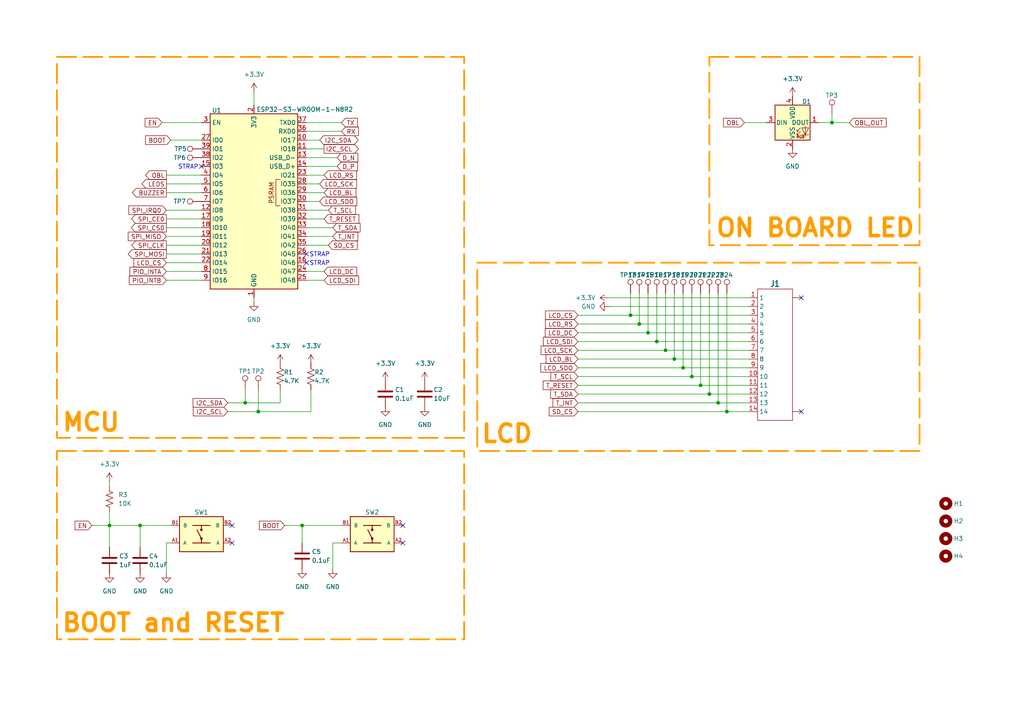
<source format=kicad_sch>
(kicad_sch (version 20250114) (generator "eeschema") (generator_version "9.0")
  (paper "A4")
  (title_block (title "Node Hardware") (date "<<release-date>>") (rev "<<tag>>") (comment 1 "<<hash>>"))
  (rectangle (start 16.51 16.51) (end 134.62 127) (stroke (width 0.508) (type dash) (color 255 153 0 1)))
  (rectangle (start 205.74 16.51) (end 266.7 71.12) (stroke (width 0.508) (type dash) (color 255 153 0 1)))
  (rectangle (start 138.43 76.2) (end 266.7 130.81) (stroke (width 0.508) (type dash) (color 255 153 0 1)))
  (rectangle (start 16.51 130.81) (end 134.62 185.42) (stroke (width 0.508) (type dash) (color 255 153 0 1)))
  (text "MCU" (exclude_from_sim yes) (at 26.416 122.682 0) (effects (font (size 5.08 5.08) (thickness 1.016) (bold yes))))
  (text "STRAP" (at 54.61 48.514 0) (effects (font (size 1.27 1.27))))
  (text "STRAP" (at 92.71 73.914 0) (effects (font (size 1.27 1.27))))
  (text "STRAP" (at 92.71 76.454 0) (effects (font (size 1.27 1.27))))
  (text "BOOT and RESET" (exclude_from_sim yes) (at 50.292 180.848 0) (effects (font (size 5.08 5.08) (thickness 1.016) (bold yes))))
  (text "ON BOARD LED\n" (exclude_from_sim yes) (at 236.474 66.294 0) (effects (font (size 5.08 5.08) (thickness 1.016) (bold yes))))
  (text "LCD" (exclude_from_sim yes) (at 147.066 125.984 0) (effects (font (size 5.08 5.08) (thickness 1.016) (bold yes))))
  (junction (at 190.5 99.06))
  (junction (at 193.04 101.6))
  (junction (at 187.96 96.52))
  (junction (at 241.3 35.56))
  (junction (at 200.66 109.22))
  (junction (at 205.74 114.3))
  (junction (at 74.93 119.38))
  (junction (at 203.2 111.76))
  (junction (at 185.42 93.98))
  (junction (at 87.63 152.4))
  (junction (at 31.75 152.4))
  (junction (at 210.82 119.38))
  (junction (at 195.58 104.14))
  (junction (at 208.28 116.84))
  (junction (at 40.64 152.4))
  (junction (at 71.12 116.84))
  (junction (at 182.88 91.44))
  (junction (at 198.12 106.68))
  (no_connect (at 67.31 157.48))
  (no_connect (at 88.9 76.2))
  (no_connect (at 116.84 152.4))
  (no_connect (at 58.42 48.26))
  (no_connect (at 116.84 157.48))
  (no_connect (at 232.41 86.36))
  (no_connect (at 88.9 73.66))
  (no_connect (at 67.31 152.4))
  (no_connect (at 232.41 119.38))
  (wire (pts (xy 88.9 48.26) (xy 97.79 48.26)))
  (wire (pts (xy 217.17 86.36) (xy 176.53 86.36)))
  (wire (pts (xy 40.64 152.4) (xy 40.64 158.75)))
  (wire (pts (xy 49.53 40.64) (xy 58.42 40.64)))
  (wire (pts (xy 208.28 85.09) (xy 208.28 116.84)))
  (wire (pts (xy 208.28 116.84) (xy 217.17 116.84)))
  (wire (pts (xy 66.04 116.84) (xy 71.12 116.84)))
  (wire (pts (xy 88.9 66.04) (xy 96.52 66.04)))
  (wire (pts (xy 88.9 55.88) (xy 93.98 55.88)))
  (wire (pts (xy 87.63 152.4) (xy 87.63 157.48)))
  (wire (pts (xy 203.2 85.09) (xy 203.2 111.76)))
  (wire (pts (xy 48.26 76.2) (xy 58.42 76.2)))
  (wire (pts (xy 167.64 114.3) (xy 205.74 114.3)))
  (wire (pts (xy 195.58 104.14) (xy 217.17 104.14)))
  (wire (pts (xy 185.42 93.98) (xy 217.17 93.98)))
  (wire (pts (xy 48.26 63.5) (xy 58.42 63.5)))
  (wire (pts (xy 90.17 113.03) (xy 90.17 119.38)))
  (wire (pts (xy 74.93 119.38) (xy 90.17 119.38)))
  (wire (pts (xy 210.82 85.09) (xy 210.82 119.38)))
  (wire (pts (xy 48.26 55.88) (xy 58.42 55.88)))
  (wire (pts (xy 88.9 68.58) (xy 96.52 68.58)))
  (wire (pts (xy 182.88 91.44) (xy 217.17 91.44)))
  (wire (pts (xy 88.9 78.74) (xy 93.98 78.74)))
  (wire (pts (xy 241.3 35.56) (xy 241.3 33.02)))
  (wire (pts (xy 87.63 152.4) (xy 99.06 152.4)))
  (wire (pts (xy 48.26 71.12) (xy 58.42 71.12)))
  (wire (pts (xy 195.58 85.09) (xy 195.58 104.14)))
  (wire (pts (xy 217.17 88.9) (xy 176.53 88.9)))
  (wire (pts (xy 48.26 81.28) (xy 58.42 81.28)))
  (wire (pts (xy 48.26 66.04) (xy 58.42 66.04)))
  (wire (pts (xy 190.5 85.09) (xy 190.5 99.06)))
  (wire (pts (xy 193.04 101.6) (xy 217.17 101.6)))
  (wire (pts (xy 215.9 35.56) (xy 222.25 35.56)))
  (wire (pts (xy 187.96 85.09) (xy 187.96 96.52)))
  (wire (pts (xy 205.74 114.3) (xy 217.17 114.3)))
  (wire (pts (xy 88.9 60.96) (xy 95.25 60.96)))
  (wire (pts (xy 99.06 157.48) (xy 96.52 157.48)))
  (wire (pts (xy 48.26 68.58) (xy 58.42 68.58)))
  (wire (pts (xy 26.67 152.4) (xy 31.75 152.4)))
  (wire (pts (xy 237.49 35.56) (xy 241.3 35.56)))
  (wire (pts (xy 200.66 85.09) (xy 200.66 109.22)))
  (wire (pts (xy 187.96 96.52) (xy 217.17 96.52)))
  (wire (pts (xy 48.26 166.37) (xy 48.26 157.48)))
  (wire (pts (xy 203.2 111.76) (xy 217.17 111.76)))
  (wire (pts (xy 167.64 96.52) (xy 187.96 96.52)))
  (wire (pts (xy 198.12 106.68) (xy 217.17 106.68)))
  (wire (pts (xy 88.9 35.56) (xy 99.06 35.56)))
  (wire (pts (xy 74.93 119.38) (xy 74.93 113.03)))
  (wire (pts (xy 185.42 85.09) (xy 185.42 93.98)))
  (wire (pts (xy 182.88 85.09) (xy 182.88 91.44)))
  (wire (pts (xy 167.64 91.44) (xy 182.88 91.44)))
  (wire (pts (xy 40.64 152.4) (xy 49.53 152.4)))
  (wire (pts (xy 210.82 119.38) (xy 217.17 119.38)))
  (wire (pts (xy 73.66 87.63) (xy 73.66 86.36)))
  (wire (pts (xy 71.12 116.84) (xy 81.28 116.84)))
  (wire (pts (xy 71.12 116.84) (xy 71.12 113.03)))
  (wire (pts (xy 88.9 50.8) (xy 93.98 50.8)))
  (wire (pts (xy 88.9 63.5) (xy 93.98 63.5)))
  (wire (pts (xy 167.64 116.84) (xy 208.28 116.84)))
  (wire (pts (xy 31.75 152.4) (xy 40.64 152.4)))
  (wire (pts (xy 46.99 35.56) (xy 58.42 35.56)))
  (wire (pts (xy 48.26 73.66) (xy 58.42 73.66)))
  (wire (pts (xy 88.9 53.34) (xy 92.71 53.34)))
  (wire (pts (xy 48.26 60.96) (xy 58.42 60.96)))
  (wire (pts (xy 167.64 93.98) (xy 185.42 93.98)))
  (wire (pts (xy 48.26 50.8) (xy 58.42 50.8)))
  (wire (pts (xy 31.75 152.4) (xy 31.75 158.75)))
  (wire (pts (xy 82.55 152.4) (xy 87.63 152.4)))
  (wire (pts (xy 48.26 78.74) (xy 58.42 78.74)))
  (wire (pts (xy 88.9 40.64) (xy 92.71 40.64)))
  (wire (pts (xy 81.28 113.03) (xy 81.28 116.84)))
  (wire (pts (xy 88.9 58.42) (xy 92.71 58.42)))
  (wire (pts (xy 198.12 85.09) (xy 198.12 106.68)))
  (wire (pts (xy 190.5 99.06) (xy 217.17 99.06)))
  (wire (pts (xy 88.9 38.1) (xy 99.06 38.1)))
  (wire (pts (xy 88.9 43.18) (xy 93.98 43.18)))
  (wire (pts (xy 241.3 35.56) (xy 246.38 35.56)))
  (wire (pts (xy 88.9 45.72) (xy 97.79 45.72)))
  (wire (pts (xy 31.75 148.59) (xy 31.75 152.4)))
  (wire (pts (xy 167.64 109.22) (xy 200.66 109.22)))
  (wire (pts (xy 200.66 109.22) (xy 217.17 109.22)))
  (wire (pts (xy 88.9 81.28) (xy 93.98 81.28)))
  (wire (pts (xy 167.64 99.06) (xy 190.5 99.06)))
  (wire (pts (xy 73.66 26.67) (xy 73.66 30.48)))
  (wire (pts (xy 167.64 111.76) (xy 203.2 111.76)))
  (wire (pts (xy 66.04 119.38) (xy 74.93 119.38)))
  (wire (pts (xy 205.74 85.09) (xy 205.74 114.3)))
  (wire (pts (xy 167.64 119.38) (xy 210.82 119.38)))
  (wire (pts (xy 167.64 106.68) (xy 198.12 106.68)))
  (wire (pts (xy 48.26 53.34) (xy 58.42 53.34)))
  (wire (pts (xy 88.9 71.12) (xy 95.25 71.12)))
  (wire (pts (xy 167.64 104.14) (xy 195.58 104.14)))
  (wire (pts (xy 48.26 157.48) (xy 49.53 157.48)))
  (wire (pts (xy 31.75 140.97) (xy 31.75 139.7)))
  (wire (pts (xy 96.52 157.48) (xy 96.52 165.1)))
  (wire (pts (xy 167.64 101.6) (xy 193.04 101.6)))
  (wire (pts (xy 193.04 85.09) (xy 193.04 101.6)))
  (table (column_count 4) (border (external yes) (header yes)) (separators (rows yes) (cols yes)) (column_widths 13.97 8.89 10.16 76.2) (row_heights 2.54 2.54 2.54 2.54 2.54 2.54 2.54 2.54 2.54 2.54 2.54 2.54 2.54 2.54 2.54 2.54 2.54 2.54 2.54 2.54 2.54 2.54 2.54 2.54 2.54 2.54 2.54 2.54 2.54 2.54 2.54 2.54 2.54 2.54 2.54 2.54 2.54 2.54 2.54 2.54 2.54 2.54) (cells (table_cell "Name" (at -113.03 14.605 0) (size 13.97 2.54) (margins 0.9525 0.9525 0.9525 0.9525) (span 1 1)) (table_cell "No." (at -99.06 14.605 0) (size 8.89 2.54) (margins 0.9525 0.9525 0.9525 0.9525) (span 1 1)) (table_cell "Type" (at -90.17 14.605 0) (size 10.16 2.54) (margins 0.9525 0.9525 0.9525 0.9525) (span 1 1)) (table_cell "Function" (at -80.01 14.605 0) (size 76.2 2.54) (margins 0.9525 0.9525 0.9525 0.9525) (span 1 1)) (table_cell "GND" (at -113.03 17.145 0) (size 13.97 2.54) (margins 0.9525 0.9525 0.9525 0.9525) (span 1 1)) (table_cell "1" (at -99.06 17.145 0) (size 8.89 2.54) (margins 0.9525 0.9525 0.9525 0.9525) (span 1 1)) (table_cell "P" (at -90.17 17.145 0) (size 10.16 2.54) (margins 0.9525 0.9525 0.9525 0.9525) (span 1 1)) (table_cell "GND" (at -80.01 17.145 0) (size 76.2 2.54) (margins 0.9525 0.9525 0.9525 0.9525) (span 1 1)) (table_cell "3V3" (at -113.03 19.685 0) (size 13.97 2.54) (margins 0.9525 0.9525 0.9525 0.9525) (span 1 1)) (table_cell "2" (at -99.06 19.685 0) (size 8.89 2.54) (margins 0.9525 0.9525 0.9525 0.9525) (span 1 1)) (table_cell "P" (at -90.17 19.685 0) (size 10.16 2.54) (margins 0.9525 0.9525 0.9525 0.9525) (span 1 1)) (table_cell "Power supply" (at -80.01 19.685 0) (size 76.2 2.54) (margins 0.9525 0.9525 0.9525 0.9525) (span 1 1)) (table_cell "EN" (at -113.03 22.225 0) (size 13.97 2.54) (margins 0.9525 0.9525 0.9525 0.9525) (span 1 1)) (table_cell "3" (at -99.06 22.225 0) (size 8.89 2.54) (margins 0.9525 0.9525 0.9525 0.9525) (span 1 1)) (table_cell "I" (at -90.17 22.225 0) (size 10.16 2.54) (margins 0.9525 0.9525 0.9525 0.9525) (span 1 1)) (table_cell "High: on, enables the chip. Low: off, the chip powers off." (at -80.01 22.225 0) (size 76.2 2.54) (margins 0.9525 0.9525 0.9525 0.9525) (span 1 1)) (table_cell "IO4" (at -113.03 24.765 0) (size 13.97 2.54) (margins 0.9525 0.9525 0.9525 0.9525) (span 1 1)) (table_cell "4" (at -99.06 24.765 0) (size 8.89 2.54) (margins 0.9525 0.9525 0.9525 0.9525) (span 1 1)) (table_cell "I/O/T" (at -90.17 24.765 0) (size 10.16 2.54) (margins 0.9525 0.9525 0.9525 0.9525) (span 1 1)) (table_cell "RTC_GPIO4, GPIO4, TOUCH4, ADC1_CH3" (at -80.01 24.765 0) (size 76.2 2.54) (margins 0.9525 0.9525 0.9525 0.9525) (span 1 1)) (table_cell "IO5" (at -113.03 27.305 0) (size 13.97 2.54) (margins 0.9525 0.9525 0.9525 0.9525) (span 1 1)) (table_cell "5" (at -99.06 27.305 0) (size 8.89 2.54) (margins 0.9525 0.9525 0.9525 0.9525) (span 1 1)) (table_cell "I/O/T" (at -90.17 27.305 0) (size 10.16 2.54) (margins 0.9525 0.9525 0.9525 0.9525) (span 1 1)) (table_cell "RTC_GPIO5, GPIO5, TOUCH5, ADC1_CH4" (at -80.01 27.305 0) (size 76.2 2.54) (margins 0.9525 0.9525 0.9525 0.9525) (span 1 1)) (table_cell "IO6" (at -113.03 29.845 0) (size 13.97 2.54) (margins 0.9525 0.9525 0.9525 0.9525) (span 1 1)) (table_cell "6" (at -99.06 29.845 0) (size 8.89 2.54) (margins 0.9525 0.9525 0.9525 0.9525) (span 1 1)) (table_cell "I/O/T" (at -90.17 29.845 0) (size 10.16 2.54) (margins 0.9525 0.9525 0.9525 0.9525) (span 1 1)) (table_cell "RTC_GPIO6, GPIO6, TOUCH6, ADC1_CH5" (at -80.01 29.845 0) (size 76.2 2.54) (margins 0.9525 0.9525 0.9525 0.9525) (span 1 1)) (table_cell "IO7" (at -113.03 32.385 0) (size 13.97 2.54) (margins 0.9525 0.9525 0.9525 0.9525) (span 1 1)) (table_cell "7" (at -99.06 32.385 0) (size 8.89 2.54) (margins 0.9525 0.9525 0.9525 0.9525) (span 1 1)) (table_cell "I/O/T" (at -90.17 32.385 0) (size 10.16 2.54) (margins 0.9525 0.9525 0.9525 0.9525) (span 1 1)) (table_cell "RTC_GPIO7, GPIO7, TOUCH7, ADC1_CH6" (at -80.01 32.385 0) (size 76.2 2.54) (margins 0.9525 0.9525 0.9525 0.9525) (span 1 1)) (table_cell "IO15" (at -113.03 34.925 0) (size 13.97 2.54) (margins 0.9525 0.9525 0.9525 0.9525) (span 1 1)) (table_cell "8" (at -99.06 34.925 0) (size 8.89 2.54) (margins 0.9525 0.9525 0.9525 0.9525) (span 1 1)) (table_cell "I/O/T" (at -90.17 34.925 0) (size 10.16 2.54) (margins 0.9525 0.9525 0.9525 0.9525) (span 1 1)) (table_cell "RTC_GPIO15, GPIO15, U0RTS, ADC2_CH4, XTAL_32K_P" (at -80.01 34.925 0) (size 76.2 2.54) (margins 0.9525 0.9525 0.9525 0.9525) (span 1 1)) (table_cell "IO16" (at -113.03 37.465 0) (size 13.97 2.54) (margins 0.9525 0.9525 0.9525 0.9525) (span 1 1)) (table_cell "9" (at -99.06 37.465 0) (size 8.89 2.54) (margins 0.9525 0.9525 0.9525 0.9525) (span 1 1)) (table_cell "I/O/T" (at -90.17 37.465 0) (size 10.16 2.54) (margins 0.9525 0.9525 0.9525 0.9525) (span 1 1)) (table_cell "RTC_GPIO16, GPIO16, U0CTS, ADC2_CH5, XTAL_32K_N" (at -80.01 37.465 0) (size 76.2 2.54) (margins 0.9525 0.9525 0.9525 0.9525) (span 1 1)) (table_cell "IO17" (at -113.03 40.005 0) (size 13.97 2.54) (margins 0.9525 0.9525 0.9525 0.9525) (span 1 1)) (table_cell "10" (at -99.06 40.005 0) (size 8.89 2.54) (margins 0.9525 0.9525 0.9525 0.9525) (span 1 1)) (table_cell "I/O/T" (at -90.17 40.005 0) (size 10.16 2.54) (margins 0.9525 0.9525 0.9525 0.9525) (span 1 1)) (table_cell "RTC_GPIO17, GPIO17, U1TXD, ADC2_CH6" (at -80.01 40.005 0) (size 76.2 2.54) (margins 0.9525 0.9525 0.9525 0.9525) (span 1 1)) (table_cell "IO18" (at -113.03 42.545 0) (size 13.97 2.54) (margins 0.9525 0.9525 0.9525 0.9525) (span 1 1)) (table_cell "11" (at -99.06 42.545 0) (size 8.89 2.54) (margins 0.9525 0.9525 0.9525 0.9525) (span 1 1)) (table_cell "I/O/T" (at -90.17 42.545 0) (size 10.16 2.54) (margins 0.9525 0.9525 0.9525 0.9525) (span 1 1)) (table_cell "RTC_GPIO18, GPIO18, U1RXD, ADC2_CH7, CLK_OUT3" (at -80.01 42.545 0) (size 76.2 2.54) (margins 0.9525 0.9525 0.9525 0.9525) (span 1 1)) (table_cell "IO8" (at -113.03 45.085 0) (size 13.97 2.54) (margins 0.9525 0.9525 0.9525 0.9525) (span 1 1)) (table_cell "12" (at -99.06 45.085 0) (size 8.89 2.54) (margins 0.9525 0.9525 0.9525 0.9525) (span 1 1)) (table_cell "I/O/T" (at -90.17 45.085 0) (size 10.16 2.54) (margins 0.9525 0.9525 0.9525 0.9525) (span 1 1)) (table_cell "RTC_GPIO8, GPIO8, TOUCH8, ADC1_CH7, SUBSPICS1" (at -80.01 45.085 0) (size 76.2 2.54) (margins 0.9525 0.9525 0.9525 0.9525) (span 1 1)) (table_cell "IO19" (at -113.03 47.625 0) (size 13.97 2.54) (margins 0.9525 0.9525 0.9525 0.9525) (span 1 1)) (table_cell "13" (at -99.06 47.625 0) (size 8.89 2.54) (margins 0.9525 0.9525 0.9525 0.9525) (span 1 1)) (table_cell "I/O/T" (at -90.17 47.625 0) (size 10.16 2.54) (margins 0.9525 0.9525 0.9525 0.9525) (span 1 1)) (table_cell "RTC_GPIO19, GPIO19, U1RTS, ADC2_CH8, CLK_OUT2, USB_D-" (at -80.01 47.625 0) (size 76.2 2.54) (margins 0.9525 0.9525 0.9525 0.9525) (span 1 1)) (table_cell "IO20" (at -113.03 50.165 0) (size 13.97 2.54) (margins 0.9525 0.9525 0.9525 0.9525) (span 1 1)) (table_cell "14" (at -99.06 50.165 0) (size 8.89 2.54) (margins 0.9525 0.9525 0.9525 0.9525) (span 1 1)) (table_cell "I/O/T" (at -90.17 50.165 0) (size 10.16 2.54) (margins 0.9525 0.9525 0.9525 0.9525) (span 1 1)) (table_cell "RTC_GPIO20, GPIO20, U1CTS, ADC2_CH9, CLK_OUT1, USB_D+" (at -80.01 50.165 0) (size 76.2 2.54) (margins 0.9525 0.9525 0.9525 0.9525) (span 1 1)) (table_cell "IO3" (at -113.03 52.705 0) (size 13.97 2.54) (margins 0.9525 0.9525 0.9525 0.9525) (span 1 1)) (table_cell "15" (at -99.06 52.705 0) (size 8.89 2.54) (margins 0.9525 0.9525 0.9525 0.9525) (span 1 1)) (table_cell "I/O/T" (at -90.17 52.705 0) (size 10.16 2.54) (margins 0.9525 0.9525 0.9525 0.9525) (span 1 1)) (table_cell "RTC_GPIO3, GPIO3, TOUCH3, ADC1_CH2" (at -80.01 52.705 0) (size 76.2 2.54) (margins 0.9525 0.9525 0.9525 0.9525) (span 1 1)) (table_cell "IO46" (at -113.03 55.245 0) (size 13.97 2.54) (margins 0.9525 0.9525 0.9525 0.9525) (span 1 1)) (table_cell "16" (at -99.06 55.245 0) (size 8.89 2.54) (margins 0.9525 0.9525 0.9525 0.9525) (span 1 1)) (table_cell "I/O/T" (at -90.17 55.245 0) (size 10.16 2.54) (margins 0.9525 0.9525 0.9525 0.9525) (span 1 1)) (table_cell "GPIO46" (at -80.01 55.245 0) (size 76.2 2.54) (margins 0.9525 0.9525 0.9525 0.9525) (span 1 1)) (table_cell "IO9" (at -113.03 57.785 0) (size 13.97 2.54) (margins 0.9525 0.9525 0.9525 0.9525) (span 1 1)) (table_cell "17" (at -99.06 57.785 0) (size 8.89 2.54) (margins 0.9525 0.9525 0.9525 0.9525) (span 1 1)) (table_cell "I/O/T" (at -90.17 57.785 0) (size 10.16 2.54) (margins 0.9525 0.9525 0.9525 0.9525) (span 1 1)) (table_cell "RTC_GPIO9, GPIO9, TOUCH9, ADC1_CH8, FSPIHD, SUBSPIHD" (at -80.01 57.785 0) (size 76.2 2.54) (margins 0.9525 0.9525 0.9525 0.9525) (span 1 1)) (table_cell "IO10" (at -113.03 60.325 0) (size 13.97 2.54) (margins 0.9525 0.9525 0.9525 0.9525) (span 1 1)) (table_cell "18" (at -99.06 60.325 0) (size 8.89 2.54) (margins 0.9525 0.9525 0.9525 0.9525) (span 1 1)) (table_cell "I/O/T" (at -90.17 60.325 0) (size 10.16 2.54) (margins 0.9525 0.9525 0.9525 0.9525) (span 1 1)) (table_cell "RTC_GPIO10, GPIO10, TOUCH10, ADC1_CH9, FSPICS0, FSPIIO4, SUBSPICS0" (at -80.01 60.325 0) (size 76.2 2.54) (margins 0.9525 0.9525 0.9525 0.9525) (span 1 1)) (table_cell "IO11" (at -113.03 62.865 0) (size 13.97 2.54) (margins 0.9525 0.9525 0.9525 0.9525) (span 1 1)) (table_cell "19" (at -99.06 62.865 0) (size 8.89 2.54) (margins 0.9525 0.9525 0.9525 0.9525) (span 1 1)) (table_cell "I/O/T" (at -90.17 62.865 0) (size 10.16 2.54) (margins 0.9525 0.9525 0.9525 0.9525) (span 1 1)) (table_cell "RTC_GPIO11, GPIO11, TOUCH11, ADC2_CH0, FSPID, FSPIIO5, SUBSPID, MOSI" (at -80.01 62.865 0) (size 76.2 2.54) (margins 0.9525 0.9525 0.9525 0.9525) (span 1 1)) (table_cell "IO12" (at -113.03 65.405 0) (size 13.97 2.54) (margins 0.9525 0.9525 0.9525 0.9525) (span 1 1)) (table_cell "20" (at -99.06 65.405 0) (size 8.89 2.54) (margins 0.9525 0.9525 0.9525 0.9525) (span 1 1)) (table_cell "I/O/T" (at -90.17 65.405 0) (size 10.16 2.54) (margins 0.9525 0.9525 0.9525 0.9525) (span 1 1)) (table_cell "RTC_GPIO12, GPIO12, TOUCH12, ADC2_CH1, FSPICLK, FSPIIO6, SUBSPICLK" (at -80.01 65.405 0) (size 76.2 2.54) (margins 0.9525 0.9525 0.9525 0.9525) (span 1 1)) (table_cell "IO13" (at -113.03 67.945 0) (size 13.97 2.54) (margins 0.9525 0.9525 0.9525 0.9525) (span 1 1)) (table_cell "21" (at -99.06 67.945 0) (size 8.89 2.54) (margins 0.9525 0.9525 0.9525 0.9525) (span 1 1)) (table_cell "I/O/T" (at -90.17 67.945 0) (size 10.16 2.54) (margins 0.9525 0.9525 0.9525 0.9525) (span 1 1)) (table_cell "RTC_GPIO13, GPIO13, TOUCH13, ADC2_CH2, FSPIQ, FSPIIO7, SUBSPIQ, MISO" (at -80.01 67.945 0) (size 76.2 2.54) (margins 0.9525 0.9525 0.9525 0.9525) (span 1 1)) (table_cell "IO14" (at -113.03 70.485 0) (size 13.97 2.54) (margins 0.9525 0.9525 0.9525 0.9525) (span 1 1)) (table_cell "22" (at -99.06 70.485 0) (size 8.89 2.54) (margins 0.9525 0.9525 0.9525 0.9525) (span 1 1)) (table_cell "I/O/T" (at -90.17 70.485 0) (size 10.16 2.54) (margins 0.9525 0.9525 0.9525 0.9525) (span 1 1)) (table_cell "RTC_GPIO14, GPIO14, TOUCH14, ADC2_CH3, FSPIWP, FSPIDQS, SUBSPIWP" (at -80.01 70.485 0) (size 76.2 2.54) (margins 0.9525 0.9525 0.9525 0.9525) (span 1 1)) (table_cell "IO21" (at -113.03 73.025 0) (size 13.97 2.54) (margins 0.9525 0.9525 0.9525 0.9525) (span 1 1)) (table_cell "23" (at -99.06 73.025 0) (size 8.89 2.54) (margins 0.9525 0.9525 0.9525 0.9525) (span 1 1)) (table_cell "I/O/T" (at -90.17 73.025 0) (size 10.16 2.54) (margins 0.9525 0.9525 0.9525 0.9525) (span 1 1)) (table_cell "RTC_GPIO21, GPIO21" (at -80.01 73.025 0) (size 76.2 2.54) (margins 0.9525 0.9525 0.9525 0.9525) (span 1 1)) (table_cell "IO47" (at -113.03 75.565 0) (size 13.97 2.54) (margins 0.9525 0.9525 0.9525 0.9525) (span 1 1)) (table_cell "24" (at -99.06 75.565 0) (size 8.89 2.54) (margins 0.9525 0.9525 0.9525 0.9525) (span 1 1)) (table_cell "I/O/T" (at -90.17 75.565 0) (size 10.16 2.54) (margins 0.9525 0.9525 0.9525 0.9525) (span 1 1)) (table_cell "SPICLK_P_DIFF,GPIO47, SUBSPICLK_P_DIFF" (at -80.01 75.565 0) (size 76.2 2.54) (margins 0.9525 0.9525 0.9525 0.9525) (span 1 1)) (table_cell "IO48" (at -113.03 78.105 0) (size 13.97 2.54) (margins 0.9525 0.9525 0.9525 0.9525) (span 1 1)) (table_cell "25" (at -99.06 78.105 0) (size 8.89 2.54) (margins 0.9525 0.9525 0.9525 0.9525) (span 1 1)) (table_cell "I/O/T" (at -90.17 78.105 0) (size 10.16 2.54) (margins 0.9525 0.9525 0.9525 0.9525) (span 1 1)) (table_cell "SPICLK_N_DIFF,GPIO48, SUBSPICLK_N_DIFF" (at -80.01 78.105 0) (size 76.2 2.54) (margins 0.9525 0.9525 0.9525 0.9525) (span 1 1)) (table_cell "IO45" (at -113.03 80.645 0) (size 13.97 2.54) (margins 0.9525 0.9525 0.9525 0.9525) (span 1 1)) (table_cell "26" (at -99.06 80.645 0) (size 8.89 2.54) (margins 0.9525 0.9525 0.9525 0.9525) (span 1 1)) (table_cell "I/O/T" (at -90.17 80.645 0) (size 10.16 2.54) (margins 0.9525 0.9525 0.9525 0.9525) (span 1 1)) (table_cell "GPIO45" (at -80.01 80.645 0) (size 76.2 2.54) (margins 0.9525 0.9525 0.9525 0.9525) (span 1 1)) (table_cell "IO0" (at -113.03 83.185 0) (size 13.97 2.54) (margins 0.9525 0.9525 0.9525 0.9525) (span 1 1)) (table_cell "27" (at -99.06 83.185 0) (size 8.89 2.54) (margins 0.9525 0.9525 0.9525 0.9525) (span 1 1)) (table_cell "I/O/T" (at -90.17 83.185 0) (size 10.16 2.54) (margins 0.9525 0.9525 0.9525 0.9525) (span 1 1)) (table_cell "RTC_GPIO0, GPIO0" (at -80.01 83.185 0) (size 76.2 2.54) (margins 0.9525 0.9525 0.9525 0.9525) (span 1 1)) (table_cell "IO35" (at -113.03 85.725 0) (size 13.97 2.54) (margins 0.9525 0.9525 0.9525 0.9525) (span 1 1)) (table_cell "28" (at -99.06 85.725 0) (size 8.89 2.54) (margins 0.9525 0.9525 0.9525 0.9525) (span 1 1)) (table_cell "I/O/T" (at -90.17 85.725 0) (size 10.16 2.54) (margins 0.9525 0.9525 0.9525 0.9525) (span 1 1)) (table_cell "SPIIO6, GPIO35, FSPID, SUBSPID" (at -80.01 85.725 0) (size 76.2 2.54) (margins 0.9525 0.9525 0.9525 0.9525) (span 1 1)) (table_cell "IO36" (at -113.03 88.265 0) (size 13.97 2.54) (margins 0.9525 0.9525 0.9525 0.9525) (span 1 1)) (table_cell "29" (at -99.06 88.265 0) (size 8.89 2.54) (margins 0.9525 0.9525 0.9525 0.9525) (span 1 1)) (table_cell "I/O/T" (at -90.17 88.265 0) (size 10.16 2.54) (margins 0.9525 0.9525 0.9525 0.9525) (span 1 1)) (table_cell "SPIIO7, GPIO36, FSPICLK, SUBSPICLK" (at -80.01 88.265 0) (size 76.2 2.54) (margins 0.9525 0.9525 0.9525 0.9525) (span 1 1)) (table_cell "IO37" (at -113.03 90.805 0) (size 13.97 2.54) (margins 0.9525 0.9525 0.9525 0.9525) (span 1 1)) (table_cell "30" (at -99.06 90.805 0) (size 8.89 2.54) (margins 0.9525 0.9525 0.9525 0.9525) (span 1 1)) (table_cell "I/O/T" (at -90.17 90.805 0) (size 10.16 2.54) (margins 0.9525 0.9525 0.9525 0.9525) (span 1 1)) (table_cell "SPIDQS, GPIO37, FSPIQ, SUBSPIQ" (at -80.01 90.805 0) (size 76.2 2.54) (margins 0.9525 0.9525 0.9525 0.9525) (span 1 1)) (table_cell "IO38" (at -113.03 93.345 0) (size 13.97 2.54) (margins 0.9525 0.9525 0.9525 0.9525) (span 1 1)) (table_cell "31" (at -99.06 93.345 0) (size 8.89 2.54) (margins 0.9525 0.9525 0.9525 0.9525) (span 1 1)) (table_cell "I/O/T" (at -90.17 93.345 0) (size 10.16 2.54) (margins 0.9525 0.9525 0.9525 0.9525) (span 1 1)) (table_cell "GPIO38, FSPIWP, SUBSPIWP" (at -80.01 93.345 0) (size 76.2 2.54) (margins 0.9525 0.9525 0.9525 0.9525) (span 1 1)) (table_cell "IO39" (at -113.03 95.885 0) (size 13.97 2.54) (margins 0.9525 0.9525 0.9525 0.9525) (span 1 1)) (table_cell "32" (at -99.06 95.885 0) (size 8.89 2.54) (margins 0.9525 0.9525 0.9525 0.9525) (span 1 1)) (table_cell "I/O/T" (at -90.17 95.885 0) (size 10.16 2.54) (margins 0.9525 0.9525 0.9525 0.9525) (span 1 1)) (table_cell "MTCK, GPIO39, CLK_OUT3, SUBSPICS1" (at -80.01 95.885 0) (size 76.2 2.54) (margins 0.9525 0.9525 0.9525 0.9525) (span 1 1)) (table_cell "IO40" (at -113.03 98.425 0) (size 13.97 2.54) (margins 0.9525 0.9525 0.9525 0.9525) (span 1 1)) (table_cell "33" (at -99.06 98.425 0) (size 8.89 2.54) (margins 0.9525 0.9525 0.9525 0.9525) (span 1 1)) (table_cell "I/O/T" (at -90.17 98.425 0) (size 10.16 2.54) (margins 0.9525 0.9525 0.9525 0.9525) (span 1 1)) (table_cell "MTDO, GPIO40, CLK_OUT2" (at -80.01 98.425 0) (size 76.2 2.54) (margins 0.9525 0.9525 0.9525 0.9525) (span 1 1)) (table_cell "IO41" (at -113.03 100.965 0) (size 13.97 2.54) (margins 0.9525 0.9525 0.9525 0.9525) (span 1 1)) (table_cell "34" (at -99.06 100.965 0) (size 8.89 2.54) (margins 0.9525 0.9525 0.9525 0.9525) (span 1 1)) (table_cell "I/O/T" (at -90.17 100.965 0) (size 10.16 2.54) (margins 0.9525 0.9525 0.9525 0.9525) (span 1 1)) (table_cell "MTDI, GPIO41, CLK_OUT1" (at -80.01 100.965 0) (size 76.2 2.54) (margins 0.9525 0.9525 0.9525 0.9525) (span 1 1)) (table_cell "IO42" (at -113.03 103.505 0) (size 13.97 2.54) (margins 0.9525 0.9525 0.9525 0.9525) (span 1 1)) (table_cell "35" (at -99.06 103.505 0) (size 8.89 2.54) (margins 0.9525 0.9525 0.9525 0.9525) (span 1 1)) (table_cell "I/O/T" (at -90.17 103.505 0) (size 10.16 2.54) (margins 0.9525 0.9525 0.9525 0.9525) (span 1 1)) (table_cell "MTMS, GPIO42" (at -80.01 103.505 0) (size 76.2 2.54) (margins 0.9525 0.9525 0.9525 0.9525) (span 1 1)) (table_cell "RXD0" (at -113.03 106.045 0) (size 13.97 2.54) (margins 0.9525 0.9525 0.9525 0.9525) (span 1 1)) (table_cell "36" (at -99.06 106.045 0) (size 8.89 2.54) (margins 0.9525 0.9525 0.9525 0.9525) (span 1 1)) (table_cell "I/O/T" (at -90.17 106.045 0) (size 10.16 2.54) (margins 0.9525 0.9525 0.9525 0.9525) (span 1 1)) (table_cell "U0RXD, GPIO44, CLK_OUT2" (at -80.01 106.045 0) (size 76.2 2.54) (margins 0.9525 0.9525 0.9525 0.9525) (span 1 1)) (table_cell "TXD0" (at -113.03 108.585 0) (size 13.97 2.54) (margins 0.9525 0.9525 0.9525 0.9525) (span 1 1)) (table_cell "37" (at -99.06 108.585 0) (size 8.89 2.54) (margins 0.9525 0.9525 0.9525 0.9525) (span 1 1)) (table_cell "I/O/T" (at -90.17 108.585 0) (size 10.16 2.54) (margins 0.9525 0.9525 0.9525 0.9525) (span 1 1)) (table_cell "U0TXD, GPIO43, CLK_OUT1" (at -80.01 108.585 0) (size 76.2 2.54) (margins 0.9525 0.9525 0.9525 0.9525) (span 1 1)) (table_cell "IO2" (at -113.03 111.125 0) (size 13.97 2.54) (margins 0.9525 0.9525 0.9525 0.9525) (span 1 1)) (table_cell "38" (at -99.06 111.125 0) (size 8.89 2.54) (margins 0.9525 0.9525 0.9525 0.9525) (span 1 1)) (table_cell "I/O/T" (at -90.17 111.125 0) (size 10.16 2.54) (margins 0.9525 0.9525 0.9525 0.9525) (span 1 1)) (table_cell "RTC_GPIO2, GPIO2, TOUCH2, ADC1_CH1" (at -80.01 111.125 0) (size 76.2 2.54) (margins 0.9525 0.9525 0.9525 0.9525) (span 1 1)) (table_cell "IO1" (at -113.03 113.665 0) (size 13.97 2.54) (margins 0.9525 0.9525 0.9525 0.9525) (span 1 1)) (table_cell "39" (at -99.06 113.665 0) (size 8.89 2.54) (margins 0.9525 0.9525 0.9525 0.9525) (span 1 1)) (table_cell "I/O/T" (at -90.17 113.665 0) (size 10.16 2.54) (margins 0.9525 0.9525 0.9525 0.9525) (span 1 1)) (table_cell "RTC_GPIO1, GPIO1, TOUCH1, ADC1_CH0" (at -80.01 113.665 0) (size 76.2 2.54) (margins 0.9525 0.9525 0.9525 0.9525) (span 1 1)) (table_cell "GND" (at -113.03 116.205 0) (size 13.97 2.54) (margins 0.9525 0.9525 0.9525 0.9525) (span 1 1)) (table_cell "40" (at -99.06 116.205 0) (size 8.89 2.54) (margins 0.9525 0.9525 0.9525 0.9525) (span 1 1)) (table_cell "P GND" (at -90.17 116.205 0) (size 10.16 2.54) (margins 0.9525 0.9525 0.9525 0.9525) (span 1 1)) (table_cell "GND" (at -80.01 116.205 0) (size 76.2 2.54) (margins 0.9525 0.9525 0.9525 0.9525) (span 1 1)) (table_cell "EPAD" (at -113.03 118.745 0) (size 13.97 2.54) (margins 0.9525 0.9525 0.9525 0.9525) (span 1 1)) (table_cell "41" (at -99.06 118.745 0) (size 8.89 2.54) (margins 0.9525 0.9525 0.9525 0.9525) (span 1 1)) (table_cell "P GND" (at -90.17 118.745 0) (size 10.16 2.54) (margins 0.9525 0.9525 0.9525 0.9525) (span 1 1)) (table_cell "EPAD" (at -80.01 118.745 0) (size 76.2 2.54) (margins 0.9525 0.9525 0.9525 0.9525) (span 1 1))))
  (global_label "SPI_IRQ0" (shape input) (at 48.26 60.96 180) (property "Intersheetrefs" "${INTERSHEET_REFS}" (at 36.8081 60.96 0) (effects (justify right))))
  (global_label "I2C_SDA" (shape input) (at 66.04 116.84 180) (property "Intersheetrefs" "${INTERSHEET_REFS}" (at 55.4348 116.84 0) (effects (justify right))))
  (global_label "SD_CS" (shape input) (at 167.64 119.38 180) (property "Intersheetrefs" "${INTERSHEET_REFS}" (at 158.7282 119.38 0) (effects (justify right))))
  (global_label "EN" (shape input) (at 26.67 152.4 180) (property "Intersheetrefs" "${INTERSHEET_REFS}" (at 21.2053 152.4 0) (effects (justify right))))
  (global_label "T_SDA" (shape input) (at 96.52 66.04 0) (property "Intersheetrefs" "${INTERSHEET_REFS}" (at 105.0085 66.04 0) (effects (justify left))))
  (global_label "LCD_SDO" (shape input) (at 167.64 106.68 180) (property "Intersheetrefs" "${INTERSHEET_REFS}" (at 156.3091 106.68 0) (effects (justify right))))
  (global_label "LCD_BL" (shape input) (at 93.98 55.88 0) (property "Intersheetrefs" "${INTERSHEET_REFS}" (at 103.799 55.88 0) (effects (justify left))))
  (global_label "T_SDA" (shape input) (at 167.64 114.3 180) (property "Intersheetrefs" "${INTERSHEET_REFS}" (at 159.1515 114.3 0) (effects (justify right))))
  (global_label "SD_CS" (shape input) (at 95.25 71.12 0) (property "Intersheetrefs" "${INTERSHEET_REFS}" (at 104.1618 71.12 0) (effects (justify left))))
  (global_label "LCD_SCK" (shape input) (at 167.64 101.6 180) (property "Intersheetrefs" "${INTERSHEET_REFS}" (at 156.3696 101.6 0) (effects (justify right))))
  (global_label "SPI_CE0" (shape output) (at 48.26 63.5 180) (property "Intersheetrefs" "${INTERSHEET_REFS}" (at 37.5944 63.5 0) (effects (justify right))))
  (global_label "LCD_RS" (shape input) (at 167.64 93.98 180) (property "Intersheetrefs" "${INTERSHEET_REFS}" (at 157.6396 93.98 0) (effects (justify right))))
  (global_label "BOOT" (shape input) (at 49.53 40.64 180) (property "Intersheetrefs" "${INTERSHEET_REFS}" (at 41.6462 40.64 0) (effects (justify right))))
  (global_label "OBL" (shape output) (at 48.26 50.8 180) (property "Intersheetrefs" "${INTERSHEET_REFS}" (at 41.6462 50.8 0) (effects (justify right))))
  (global_label "SPI_MOSI" (shape output) (at 48.26 73.66 180) (property "Intersheetrefs" "${INTERSHEET_REFS}" (at 36.6267 73.66 0) (effects (justify right))))
  (global_label "PIO_INTA" (shape input) (at 48.26 78.74 180) (property "Intersheetrefs" "${INTERSHEET_REFS}" (at 37.1104 78.74 0) (effects (justify right))))
  (global_label "LCD_BL" (shape input) (at 167.64 104.14 180) (property "Intersheetrefs" "${INTERSHEET_REFS}" (at 157.821 104.14 0) (effects (justify right))))
  (global_label "T_INT" (shape input) (at 96.52 68.58 0) (property "Intersheetrefs" "${INTERSHEET_REFS}" (at 104.3433 68.58 0) (effects (justify left))))
  (global_label "OBL" (shape input) (at 215.9 35.56 180) (property "Intersheetrefs" "${INTERSHEET_REFS}" (at 209.2862 35.56 0) (effects (justify right))))
  (global_label "EN" (shape input) (at 46.99 35.56 180) (property "Intersheetrefs" "${INTERSHEET_REFS}" (at 41.5253 35.56 0) (effects (justify right))))
  (global_label "PIO_INTB" (shape input) (at 48.26 81.28 180) (property "Intersheetrefs" "${INTERSHEET_REFS}" (at 36.929 81.28 0) (effects (justify right))))
  (global_label "D_P" (shape input) (at 97.79 48.26 0) (property "Intersheetrefs" "${INTERSHEET_REFS}" (at 104.2828 48.26 0) (effects (justify left))))
  (global_label "LCD_CS" (shape input) (at 48.26 76.2 180) (property "Intersheetrefs" "${INTERSHEET_REFS}" (at 38.2596 76.2 0) (effects (justify right))))
  (global_label "SPI_CLK" (shape output) (at 48.26 71.12 180) (property "Intersheetrefs" "${INTERSHEET_REFS}" (at 37.6548 71.12 0) (effects (justify right))))
  (global_label "SPI_MISO" (shape input) (at 48.26 68.58 180) (property "Intersheetrefs" "${INTERSHEET_REFS}" (at 36.6267 68.58 0) (effects (justify right))))
  (global_label "T_RESET" (shape input) (at 93.98 63.5 0) (property "Intersheetrefs" "${INTERSHEET_REFS}" (at 104.6455 63.5 0) (effects (justify left))))
  (global_label "I2C_SCL" (shape input) (at 66.04 119.38 180) (property "Intersheetrefs" "${INTERSHEET_REFS}" (at 55.4953 119.38 0) (effects (justify right))))
  (global_label "LCD_SDO" (shape input) (at 92.71 58.42 0) (property "Intersheetrefs" "${INTERSHEET_REFS}" (at 104.0409 58.42 0) (effects (justify left))))
  (global_label "BUZZER" (shape output) (at 48.26 55.88 180) (property "Intersheetrefs" "${INTERSHEET_REFS}" (at 37.8363 55.88 0) (effects (justify right))))
  (global_label "TX" (shape input) (at 99.06 35.56 0) (property "Intersheetrefs" "${INTERSHEET_REFS}" (at 104.2223 35.56 0) (effects (justify left))))
  (global_label "I2C_SCL" (shape output) (at 93.98 43.18 0) (property "Intersheetrefs" "${INTERSHEET_REFS}" (at 104.5247 43.18 0) (effects (justify left))))
  (global_label "BOOT" (shape input) (at 82.55 152.4 180) (property "Intersheetrefs" "${INTERSHEET_REFS}" (at 74.6662 152.4 0) (effects (justify right))))
  (global_label "T_RESET" (shape input) (at 167.64 111.76 180) (property "Intersheetrefs" "${INTERSHEET_REFS}" (at 156.9745 111.76 0) (effects (justify right))))
  (global_label "I2C_SDA" (shape bidirectional) (at 92.71 40.64 0) (property "Intersheetrefs" "${INTERSHEET_REFS}" (at 104.4265 40.64 0) (effects (justify left))))
  (global_label "LCD_CS" (shape input) (at 167.64 91.44 180) (property "Intersheetrefs" "${INTERSHEET_REFS}" (at 157.6396 91.44 0) (effects (justify right))))
  (global_label "SPI_CS0" (shape output) (at 48.26 66.04 180) (property "Intersheetrefs" "${INTERSHEET_REFS}" (at 37.5339 66.04 0) (effects (justify right))))
  (global_label "LCD_DC" (shape input) (at 167.64 96.52 180) (property "Intersheetrefs" "${INTERSHEET_REFS}" (at 157.5791 96.52 0) (effects (justify right))))
  (global_label "T_SCL" (shape input) (at 167.64 109.22 180) (property "Intersheetrefs" "${INTERSHEET_REFS}" (at 159.212 109.22 0) (effects (justify right))))
  (global_label "D_N" (shape input) (at 97.79 45.72 0) (property "Intersheetrefs" "${INTERSHEET_REFS}" (at 104.3433 45.72 0) (effects (justify left))))
  (global_label "RX" (shape input) (at 99.06 38.1 0) (property "Intersheetrefs" "${INTERSHEET_REFS}" (at 104.5247 38.1 0) (effects (justify left))))
  (global_label "OBL_OUT" (shape input) (at 246.38 35.56 0) (property "Intersheetrefs" "${INTERSHEET_REFS}" (at 257.59 35.56 0) (effects (justify left))))
  (global_label "LCD_DC" (shape input) (at 93.98 78.74 0) (property "Intersheetrefs" "${INTERSHEET_REFS}" (at 104.0409 78.74 0) (effects (justify left))))
  (global_label "LEDS" (shape output) (at 48.26 53.34 180) (property "Intersheetrefs" "${INTERSHEET_REFS}" (at 40.6182 53.34 0) (effects (justify right))))
  (global_label "LCD_SDI" (shape input) (at 167.64 99.06 180) (property "Intersheetrefs" "${INTERSHEET_REFS}" (at 157.0348 99.06 0) (effects (justify right))))
  (global_label "T_INT" (shape input) (at 167.64 116.84 180) (property "Intersheetrefs" "${INTERSHEET_REFS}" (at 159.8167 116.84 0) (effects (justify right))))
  (global_label "LCD_SCK" (shape input) (at 92.71 53.34 0) (property "Intersheetrefs" "${INTERSHEET_REFS}" (at 103.9804 53.34 0) (effects (justify left))))
  (global_label "T_SCL" (shape input) (at 95.25 60.96 0) (property "Intersheetrefs" "${INTERSHEET_REFS}" (at 103.678 60.96 0) (effects (justify left))))
  (global_label "LCD_RS" (shape input) (at 93.98 50.8 0) (property "Intersheetrefs" "${INTERSHEET_REFS}" (at 103.9804 50.8 0) (effects (justify left))))
  (global_label "LCD_SDI" (shape input) (at 93.98 81.28 0) (property "Intersheetrefs" "${INTERSHEET_REFS}" (at 104.5852 81.28 0) (effects (justify left))))
  (symbol (lib_id "Connector:TestPoint") (at 205.74 85.09 0) (unit 1) (in_bom no)
    (property "Reference" "TP22" (at 207.518 79.756 0) (effects (justify right)))
    (property "Value" "TP" (effects (hide yes)))
    (property "Footprint" "CRGM Mechanical:TestPoint_Pad_D1.0mm" (effects (hide yes)))
    (property "Description" "Test Point" (effects (hide yes)))
  )
  (symbol (lib_id "Connector:TestPoint") (at 195.58 85.09 0) (unit 1) (in_bom no)
    (property "Reference" "TP18" (at 197.358 79.756 0) (effects (justify right)))
    (property "Value" "TP" (effects (hide yes)))
    (property "Footprint" "CRGM Mechanical:TestPoint_Pad_D1.0mm" (effects (hide yes)))
    (property "Description" "Test Point" (effects (hide yes)))
  )
  (symbol (lib_id "power:GND") (at 31.75 166.37 0) (unit 1)
    (property "Reference" "#PWR010" (effects (hide yes)))
    (property "Value" "GND" (at 31.75 171.45 0))
    (property "Description" "Power symbol creates a global label with name \"GND\" , ground" (effects (hide yes)))
  )
  (symbol (lib_id "Device:R_US") (at 81.28 109.22 0) (unit 1)
    (property "Reference" "R1" (at 82.296 107.95 0) (effects (justify left)))
    (property "Value" "4.7K" (at 82.296 110.49 0) (effects (justify left)))
    (property "Footprint" "Resistor_SMD:R_0603_1608Metric" (effects (hide yes)))
    (property "Description" "Thick Film Resistors - SMD 1/10Watt 4.7Kohms 5%" (effects (hide yes)))
    (property "MN" "FOJAN" (effects (hide yes)))
    (property "MPN" "FRC0603J472 TS" (effects (hide yes)))
    (property "Mouser" "652-CR0603-JW-472ELF" (effects (hide yes)))
    (property "Digikey" "CR0603-JW-472ELFTR-ND" (effects (hide yes)))
    (property "LCSC" "C2907166" (effects (hide yes)))
  )
  (symbol (lib_id "Device:C") (at 40.64 162.56 0) (unit 1)
    (property "Reference" "C4" (at 43.18 161.29 0) (effects (justify left)))
    (property "Value" "0.1uF" (at 43.18 163.83 0) (effects (justify left)))
    (property "Footprint" "Capacitor_SMD:C_0603_1608Metric" (effects (hide yes)))
    (property "Description" "CAP CER 100nF 16V X5R 0603" (effects (hide yes)))
    (property "MN" "Samsung" (effects (hide yes)))
    (property "MPN" "CL10B104KO8NNNC" (effects (hide yes)))
    (property "Mouser" "187-CL10B104KO8NNNC" (effects (hide yes)))
    (property "Digikey" "1276-1005-2-ND" (effects (hide yes)))
    (property "LCSC" "C66501" (effects (hide yes)))
  )
  (symbol (lib_id "power:+3.3V") (at 81.28 105.41 0) (unit 1)
    (property "Reference" "#PWR01" (effects (hide yes)))
    (property "Value" "+3.3V" (at 81.28 100.33 0))
    (property "Description" "Power symbol creates a global label with name \"+3.3V\"" (effects (hide yes)))
  )
  (symbol (lib_id "Connector:TestPoint") (at 241.3 33.02 0) (unit 1) (in_bom no)
    (property "Reference" "TP3" (at 243.078 27.686 0) (effects (justify right)))
    (property "Value" "TP" (effects (hide yes)))
    (property "Footprint" "CRGM Mechanical:TestPoint_Pad_D1.0mm" (effects (hide yes)))
    (property "Description" "Test Point" (effects (hide yes)))
  )
  (symbol (lib_id "Connector:TestPoint") (at 193.04 85.09 0) (unit 1) (in_bom no)
    (property "Reference" "TP17" (at 194.818 79.756 0) (effects (justify right)))
    (property "Value" "TP" (effects (hide yes)))
    (property "Footprint" "CRGM Mechanical:TestPoint_Pad_D1.0mm" (effects (hide yes)))
    (property "Description" "Test Point" (effects (hide yes)))
  )
  (symbol (lib_id "Connector:TestPoint") (at 200.66 85.09 0) (unit 1) (in_bom no)
    (property "Reference" "TP20" (at 202.438 79.756 0) (effects (justify right)))
    (property "Value" "TP" (effects (hide yes)))
    (property "Footprint" "CRGM Mechanical:TestPoint_Pad_D1.0mm" (effects (hide yes)))
    (property "Description" "Test Point" (effects (hide yes)))
  )
  (symbol (lib_id "power:GND") (at 111.76 118.11 0) (unit 1)
    (property "Reference" "#PWR06" (effects (hide yes)))
    (property "Value" "GND" (at 111.76 123.19 0))
    (property "Description" "Power symbol creates a global label with name \"GND\" , ground" (effects (hide yes)))
  )
  (symbol (lib_id "CRGM Connector:XF2M-1415-1A") (at 224.79 101.6 0) (unit 1)
    (property "Reference" "J1" (at 224.79 82.296 0) (effects (font (size 1.778 1.5113) (thickness 0.3023) (bold yes))))
    (property "Value" "XF2M-1415-1A" (effects (hide yes)))
    (property "Footprint" "CRGM Connector:XF2M-1415-1A" (effects (hide yes)))
    (property "Datasheet" "https://wmsc.lcsc.com/wmsc/upload/file/pdf/v2/lcsc/2401301156_Omron-Electronics-XF2M-1415-1A_C397114.pdf" (effects (hide yes)))
    (property "Description" "14P Dual-sided 0.5mm SMD Right Angle FFC, FPC" (effects (hide yes)))
    (property "MN" "Omron" (effects (hide yes)))
    (property "MPN" "XF2M-1415-1A" (effects (hide yes)))
    (property "Mouser" "653-XF2M-1415-1A" (effects (hide yes)))
    (property "Digikey" "OR755TR-ND" (effects (hide yes)))
    (property "LCSC" "C397114" (effects (hide yes)))
  )
  (symbol (lib_id "Mechanical:MountingHole") (at 274.32 146.05 0) (unit 1) (in_bom no)
    (property "Reference" "H1" (at 276.606 146.05 0) (effects (justify left)))
    (property "Value" "MountingHole_Pad" (effects (hide yes)))
    (property "Footprint" "CRGM Mechanical:MountingHole_3.2mm_M3_Pad_Via" (effects (hide yes)))
    (property "Description" "Mounting Hole without connection" (effects (hide yes)))
  )
  (symbol (lib_id "Device:R_US") (at 90.17 109.22 0) (unit 1)
    (property "Reference" "R2" (at 91.186 107.95 0) (effects (justify left)))
    (property "Value" "4.7K" (at 91.186 110.49 0) (effects (justify left)))
    (property "Footprint" "Resistor_SMD:R_0603_1608Metric" (effects (hide yes)))
    (property "Description" "Thick Film Resistors - SMD 1/10Watt 4.7Kohms 5%" (effects (hide yes)))
    (property "MN" "FOJAN" (effects (hide yes)))
    (property "MPN" "FRC0603J472 TS" (effects (hide yes)))
    (property "Mouser" "652-CR0603-JW-472ELF" (effects (hide yes)))
    (property "Digikey" "CR0603-JW-472ELFTR-ND" (effects (hide yes)))
    (property "LCSC" "C2907166" (effects (hide yes)))
  )
  (symbol (lib_id "Connector:TestPoint") (at 190.5 85.09 0) (unit 1) (in_bom no)
    (property "Reference" "TP16" (at 192.278 79.756 0) (effects (justify right)))
    (property "Value" "TP" (effects (hide yes)))
    (property "Footprint" "CRGM Mechanical:TestPoint_Pad_D1.0mm" (effects (hide yes)))
    (property "Description" "Test Point" (effects (hide yes)))
  )
  (symbol (lib_id "power:GND") (at 87.63 165.1 0) (unit 1)
    (property "Reference" "#PWR015" (effects (hide yes)))
    (property "Value" "GND" (at 87.63 170.18 0))
    (property "Description" "Power symbol creates a global label with name \"GND\" , ground" (effects (hide yes)))
  )
  (symbol (lib_id "power:GND") (at 96.52 165.1 0) (unit 1)
    (property "Reference" "#PWR018" (effects (hide yes)))
    (property "Value" "GND" (at 96.52 170.18 0))
    (property "Description" "Power symbol creates a global label with name \"GND\" , ground" (effects (hide yes)))
  )
  (symbol (lib_id "power:+3.3V") (at 123.19 110.49 0) (unit 1)
    (property "Reference" "#PWR07" (effects (hide yes)))
    (property "Value" "+3.3V" (at 123.19 105.41 0))
    (property "Description" "Power symbol creates a global label with name \"+3.3V\"" (effects (hide yes)))
  )
  (symbol (lib_id "Device:R_US") (at 31.75 144.78 0) (unit 1)
    (property "Reference" "R3" (at 34.29 143.5099 0) (effects (justify left)))
    (property "Value" "10K" (at 34.29 146.0499 0) (effects (justify left)))
    (property "Footprint" "Resistor_SMD:R_0603_1608Metric" (effects (hide yes)))
    (property "Description" "Thick Film Resistors - SMD 1/10Watt 10Kohms 5%" (effects (hide yes)))
    (property "MN" "FOJAN" (effects (hide yes)))
    (property "MPN" "FRC0603J103TS" (effects (hide yes)))
    (property "Mouser" "652-CR0603-JW-103ELF" (effects (hide yes)))
    (property "Digikey" "CR0603-JW-103ELFTR-ND" (effects (hide yes)))
    (property "LCSC" "C2930027" (effects (hide yes)))
  )
  (symbol (lib_id "Device:C") (at 123.19 114.3 0) (unit 1)
    (property "Reference" "C2" (at 125.73 113.03 0) (effects (justify left)))
    (property "Value" "10uF" (at 125.73 115.57 0) (effects (justify left)))
    (property "Footprint" "Capacitor_SMD:C_0603_1608Metric" (effects (hide yes)))
    (property "Description" "CAP CER 10uF 16V X5R 0603" (effects (hide yes)))
    (property "MN" "Samsung" (effects (hide yes)))
    (property "MPN" "CL10A106MO8NQNC" (effects (hide yes)))
    (property "Mouser" "187-CL10A106MO8NQNC" (effects (hide yes)))
    (property "Digikey" "1276-1870-2-ND" (effects (hide yes)))
    (property "LCSC" "C92487" (effects (hide yes)))
  )
  (symbol (lib_id "Connector:TestPoint") (at 71.12 113.03 0) (unit 1) (in_bom no)
    (property "Reference" "TP1" (at 72.898 107.696 0) (effects (justify right)))
    (property "Value" "TP" (effects (hide yes)))
    (property "Footprint" "CRGM Mechanical:TestPoint_Pad_D1.0mm" (effects (hide yes)))
    (property "Description" "Test Point" (effects (hide yes)))
  )
  (symbol (lib_id "Connector:TestPoint") (at 187.96 85.09 0) (unit 1) (in_bom no)
    (property "Reference" "TP15" (at 189.738 79.756 0) (effects (justify right)))
    (property "Value" "TP" (effects (hide yes)))
    (property "Footprint" "CRGM Mechanical:TestPoint_Pad_D1.0mm" (effects (hide yes)))
    (property "Description" "Test Point" (effects (hide yes)))
  )
  (symbol (lib_id "CRGM Switches:EVQ-Q2B02W") (at 107.95 154.94 0) (unit 1)
    (property "Reference" "SW2" (at 107.95 148.59 0))
    (property "Value" "EVQ-Q2B02W" (effects (hide yes)))
    (property "Footprint" "CRGM Switches:EVQ-Q2B02W" (effects (hide yes)))
    (property "Datasheet" "https://4donline.ihs.com/images/VipMasterIC/IC/PANA/PANA-S-A0000770395/PANA-S-A0000770395-1.pdf?hkey=CECEF36DEECDED6468708AAF2E19C0C6" (effects (hide yes)))
    (property "Description" "Tactile Switch; SPST" (effects (hide yes)))
    (property "Package" "SMD, 6MM SQ" (effects (hide yes)))
    (property "MN" "Panasonic" (effects (hide yes)))
    (property "MPN" "EVQ-Q2B02W" (effects (hide yes)))
    (property "Mouser" "667-EVQ-Q2B02W" (effects (hide yes)))
    (property "Digikey" "P12931STR-ND" (effects (hide yes)))
    (property "LCSC" "C2976606" (effects (hide yes)))
  )
  (symbol (lib_id "LED:WS2812B-2020") (at 229.87 35.56 0) (unit 1)
    (property "Reference" "D1" (at 233.934 29.464 0))
    (property "Value" "WS2812B-2020" (effects (hide yes)))
    (property "Footprint" "LED_SMD:LED_WS2812B-2020_PLCC4_2.0x2.0mm" (effects (hide yes)))
    (property "Datasheet" "https://cdn-shop.adafruit.com/product-files/4684/4684_WS2812B-2020_V1.3_EN.pdf" (effects (hide yes)))
    (property "Description" "RGB LED with integrated controller, 2.0 x 2.0 mm, 12 mA" (effects (hide yes)))
    (property "MN" "World Semi" (effects (hide yes)))
    (property "MPN" "WS2812C-2020-V1" (effects (hide yes)))
    (property "LCSC" "C2976072" (effects (hide yes)))
  )
  (symbol (lib_id "power:+3.3V") (at 90.17 105.41 0) (unit 1)
    (property "Reference" "#PWR02" (effects (hide yes)))
    (property "Value" "+3.3V" (at 90.17 100.33 0))
    (property "Description" "Power symbol creates a global label with name \"+3.3V\"" (effects (hide yes)))
  )
  (symbol (lib_id "Mechanical:MountingHole") (at 274.32 151.13 0) (unit 1) (in_bom no)
    (property "Reference" "H2" (at 276.606 151.13 0) (effects (justify left)))
    (property "Value" "MountingHole_Pad" (effects (hide yes)))
    (property "Footprint" "CRGM Mechanical:MountingHole_3.2mm_M3_Pad_Via" (effects (hide yes)))
    (property "Description" "Mounting Hole without connection" (effects (hide yes)))
  )
  (symbol (lib_id "Connector:TestPoint") (at 58.42 58.42 90) (unit 1) (in_bom no)
    (property "Reference" "TP7" (at 50.292 58.42 90) (effects (justify right)))
    (property "Value" "TP" (effects (hide yes)))
    (property "Footprint" "CRGM Mechanical:TestPoint_Pad_D1.0mm" (effects (hide yes)))
    (property "Description" "Test Point" (effects (hide yes)))
  )
  (symbol (lib_id "power:+3.3V") (at 111.76 110.49 0) (unit 1)
    (property "Reference" "#PWR05" (effects (hide yes)))
    (property "Value" "+3.3V" (at 111.76 105.41 0))
    (property "Description" "Power symbol creates a global label with name \"+3.3V\"" (effects (hide yes)))
  )
  (symbol (lib_id "Device:C") (at 31.75 162.56 0) (unit 1)
    (property "Reference" "C3" (at 34.544 161.29 0) (effects (justify left)))
    (property "Value" "1uF" (at 34.544 163.83 0) (effects (justify left)))
    (property "Footprint" "Capacitor_SMD:C_0603_1608Metric" (effects (hide yes)))
    (property "Description" "CAP CER 1uF 16V X5R 0603" (effects (hide yes)))
    (property "WVDC" "16V" (effects (hide yes)))
    (property "Tolerance" "10%" (effects (hide yes)))
    (property "Dielectric" "X5R" (effects (hide yes)))
    (property "MN" "HRE" (effects (hide yes)))
    (property "MPN" "CGA0603X5R105K160JT" (effects (hide yes)))
    (property "Mouser" "187-CL10B105KO8NNNC" (effects (hide yes)))
    (property "Digikey" "1276-1019-2-ND" (effects (hide yes)))
    (property "LCSC" "C6119849" (effects (hide yes)))
  )
  (symbol (lib_id "power:+3.3V") (at 229.87 27.94 0) (unit 1)
    (property "Reference" "#PWR016" (effects (hide yes)))
    (property "Value" "+3.3V" (at 229.87 22.86 0))
    (property "Description" "Power symbol creates a global label with name \"+3.3V\"" (effects (hide yes)))
  )
  (symbol (lib_id "Mechanical:MountingHole") (at 274.32 156.21 0) (unit 1) (in_bom no)
    (property "Reference" "H3" (at 276.606 156.21 0) (effects (justify left)))
    (property "Value" "MountingHole_Pad" (effects (hide yes)))
    (property "Footprint" "CRGM Mechanical:MountingHole_3.2mm_M3_Pad_Via" (effects (hide yes)))
    (property "Description" "Mounting Hole without connection" (effects (hide yes)))
  )
  (symbol (lib_id "Device:C") (at 87.63 161.29 0) (unit 1)
    (property "Reference" "C5" (at 90.424 160.02 0) (effects (justify left)))
    (property "Value" "0.1uF" (at 90.424 162.56 0) (effects (justify left)))
    (property "Footprint" "Capacitor_SMD:C_0603_1608Metric" (effects (hide yes)))
    (property "Description" "CAP CER 100nF 16V X5R 0603" (effects (hide yes)))
    (property "MN" "Samsung" (effects (hide yes)))
    (property "MPN" "CL10B104KO8NNNC" (effects (hide yes)))
    (property "Digikey" "1276-1005-2-ND" (effects (hide yes)))
    (property "Mouser" "187-CL10B104KO8NNNC" (effects (hide yes)))
    (property "LCSC" "C66501" (effects (hide yes)))
  )
  (symbol (lib_id "Connector:TestPoint") (at 210.82 85.09 0) (unit 1) (in_bom no)
    (property "Reference" "TP24" (at 212.598 79.756 0) (effects (justify right)))
    (property "Value" "TP" (effects (hide yes)))
    (property "Footprint" "CRGM Mechanical:TestPoint_Pad_D1.0mm" (effects (hide yes)))
    (property "Description" "Test Point" (effects (hide yes)))
  )
  (symbol (lib_id "power:GND") (at 176.53 88.9 270) (unit 1)
    (property "Reference" "#PWR012" (effects (hide yes)))
    (property "Value" "GND" (at 172.72 88.8999 90) (effects (justify right)))
    (property "Description" "Power symbol creates a global label with name \"GND\" , ground" (effects (hide yes)))
  )
  (symbol (lib_id "Connector:TestPoint") (at 182.88 85.09 0) (unit 1) (in_bom no)
    (property "Reference" "TP13" (at 184.658 79.756 0) (effects (justify right)))
    (property "Value" "TP" (effects (hide yes)))
    (property "Footprint" "CRGM Mechanical:TestPoint_Pad_D1.0mm" (effects (hide yes)))
    (property "Description" "Test Point" (effects (hide yes)))
  )
  (symbol (lib_id "CRGM Switches:EVQ-Q2B02W") (at 58.42 154.94 0) (unit 1)
    (property "Reference" "SW1" (at 58.42 148.59 0))
    (property "Value" "EVQ-Q2B02W" (effects (hide yes)))
    (property "Footprint" "CRGM Switches:EVQ-Q2B02W" (effects (hide yes)))
    (property "Datasheet" "https://4donline.ihs.com/images/VipMasterIC/IC/PANA/PANA-S-A0000770395/PANA-S-A0000770395-1.pdf?hkey=CECEF36DEECDED6468708AAF2E19C0C6" (effects (hide yes)))
    (property "Description" "Tactile Switch; SPST" (effects (hide yes)))
    (property "Package" "SMD, 6MM SQ" (effects (hide yes)))
    (property "MN" "Panasonic" (effects (hide yes)))
    (property "MPN" "EVQ-Q2B02W" (effects (hide yes)))
    (property "Mouser" "667-EVQ-Q2B02W" (effects (hide yes)))
    (property "Digikey" "P12931STR-ND" (effects (hide yes)))
    (property "LCSC" "C2976606" (effects (hide yes)))
  )
  (symbol (lib_id "Connector:TestPoint") (at 74.93 113.03 0) (unit 1) (in_bom no)
    (property "Reference" "TP2" (at 76.708 107.696 0) (effects (justify right)))
    (property "Value" "TP" (effects (hide yes)))
    (property "Footprint" "CRGM Mechanical:TestPoint_Pad_D1.0mm" (effects (hide yes)))
    (property "Description" "Test Point" (effects (hide yes)))
  )
  (symbol (lib_id "power:+3.3V") (at 73.66 26.67 0) (unit 1)
    (property "Reference" "#PWR03" (effects (hide yes)))
    (property "Value" "+3.3V" (at 73.66 21.59 0))
    (property "Description" "Power symbol creates a global label with name \"+3.3V\"" (effects (hide yes)))
  )
  (symbol (lib_id "power:GND") (at 73.66 87.63 0) (unit 1)
    (property "Reference" "#PWR04" (effects (hide yes)))
    (property "Value" "GND" (at 73.66 92.71 0))
    (property "Description" "Power symbol creates a global label with name \"GND\" , ground" (effects (hide yes)))
  )
  (symbol (lib_id "Connector:TestPoint") (at 208.28 85.09 0) (unit 1) (in_bom no)
    (property "Reference" "TP23" (at 210.058 79.756 0) (effects (justify right)))
    (property "Value" "TP" (effects (hide yes)))
    (property "Footprint" "CRGM Mechanical:TestPoint_Pad_D1.0mm" (effects (hide yes)))
    (property "Description" "Test Point" (effects (hide yes)))
  )
  (symbol (lib_id "Mechanical:MountingHole") (at 274.32 161.29 0) (unit 1) (in_bom no)
    (property "Reference" "H4" (at 276.606 161.29 0) (effects (justify left)))
    (property "Value" "MountingHole_Pad" (effects (hide yes)))
    (property "Footprint" "CRGM Mechanical:MountingHole_3.2mm_M3_Pad_Via" (effects (hide yes)))
    (property "Description" "Mounting Hole without connection" (effects (hide yes)))
  )
  (symbol (lib_id "Device:C") (at 111.76 114.3 0) (unit 1)
    (property "Reference" "C1" (at 114.554 113.03 0) (effects (justify left)))
    (property "Value" "0.1uF" (at 114.554 115.57 0) (effects (justify left)))
    (property "Footprint" "Capacitor_SMD:C_0603_1608Metric" (effects (hide yes)))
    (property "Description" "CAP CER 100nF 16V X5R 0603" (effects (hide yes)))
    (property "MN" "Samsung" (effects (hide yes)))
    (property "MPN" "CL10B104KO8NNNC" (effects (hide yes)))
    (property "Mouser" "187-CL10B104KO8NNNC" (effects (hide yes)))
    (property "Digikey" "1276-1005-2-ND" (effects (hide yes)))
    (property "LCSC" "C66501" (effects (hide yes)))
  )
  (symbol (lib_id "Connector:TestPoint") (at 185.42 85.09 0) (unit 1) (in_bom no)
    (property "Reference" "TP14" (at 187.198 79.756 0) (effects (justify right)))
    (property "Value" "TP" (effects (hide yes)))
    (property "Footprint" "CRGM Mechanical:TestPoint_Pad_D1.0mm" (effects (hide yes)))
    (property "Description" "Test Point" (effects (hide yes)))
  )
  (symbol (lib_id "Connector:TestPoint") (at 198.12 85.09 0) (unit 1) (in_bom no)
    (property "Reference" "TP19" (at 199.898 79.756 0) (effects (justify right)))
    (property "Value" "TP" (effects (hide yes)))
    (property "Footprint" "CRGM Mechanical:TestPoint_Pad_D1.0mm" (effects (hide yes)))
    (property "Description" "Test Point" (effects (hide yes)))
  )
  (symbol (lib_id "Connector:TestPoint") (at 58.42 43.18 90) (unit 1) (in_bom no)
    (property "Reference" "TP5" (at 50.546 43.18 90) (effects (justify right)))
    (property "Value" "TP" (effects (hide yes)))
    (property "Footprint" "CRGM Mechanical:TestPoint_Pad_D1.0mm" (effects (hide yes)))
    (property "Description" "Test Point" (effects (hide yes)))
  )
  (symbol (lib_id "power:+3.3V") (at 176.53 86.36 90) (unit 1)
    (property "Reference" "#PWR011" (effects (hide yes)))
    (property "Value" "+3.3V" (at 172.72 86.3599 90) (effects (justify left)))
    (property "Description" "Power symbol creates a global label with name \"+3.3V\"" (effects (hide yes)))
  )
  (symbol (lib_id "power:GND") (at 40.64 166.37 0) (unit 1)
    (property "Reference" "#PWR013" (effects (hide yes)))
    (property "Value" "GND" (at 40.64 171.45 0))
    (property "Description" "Power symbol creates a global label with name \"GND\" , ground" (effects (hide yes)))
  )
  (symbol (lib_id "power:GND") (at 123.19 118.11 0) (unit 1)
    (property "Reference" "#PWR08" (effects (hide yes)))
    (property "Value" "GND" (at 123.19 123.19 0))
    (property "Description" "Power symbol creates a global label with name \"GND\" , ground" (effects (hide yes)))
  )
  (symbol (lib_id "power:GND") (at 229.87 43.18 0) (unit 1)
    (property "Reference" "#PWR017" (effects (hide yes)))
    (property "Value" "GND" (at 229.87 48.26 0))
    (property "Description" "Power symbol creates a global label with name \"GND\" , ground" (effects (hide yes)))
  )
  (symbol (lib_id "CRG Makes:ESP32-S3-WROOM-1-N8R2") (at 73.66 58.42 0) (unit 1)
    (property "Reference" "U1" (at 61.468 32.004 0) (effects (justify left)))
    (property "Value" "ESP32-S3-WROOM-1-N8R2" (at 88.392 31.75 0))
    (property "Footprint" "CRG Makes:ESP32-S3-WROOM-1-N8R2" (effects (hide yes)))
    (property "Datasheet" "https://www.espressif.com/sites/default/files/documentation/esp32-s3-wroom-1_wroom-1u_datasheet_en.pdf" (effects (hide yes)))
    (property "Description" "RF Module, ESP32-S3 SoC, Wi-Fi 802.11b/g/n, Bluetooth, BLE, 32-bit, 3.3V, onboard antenna, SMD" (effects (hide yes)))
    (property "MN" "Espressif Systems" (effects (hide yes)))
    (property "MPN" "ESP32-S3-WROOM-1-N8R2" (effects (hide yes)))
    (property "Mouser" "356-ESP32-S3WRM1N8R2" (effects (hide yes)))
    (property "Digikey" "5407-ESP32-S3-WROOM-1-N8R2-ND" (effects (hide yes)))
    (property "LCSC" "C2913204" (effects (hide yes)))
  )
  (symbol (lib_id "power:+3.3V") (at 31.75 139.7 0) (unit 1)
    (property "Reference" "#PWR09" (effects (hide yes)))
    (property "Value" "+3.3V" (at 31.75 134.62 0))
    (property "Description" "Power symbol creates a global label with name \"+3.3V\"" (effects (hide yes)))
  )
  (symbol (lib_id "Connector:TestPoint") (at 203.2 85.09 0) (unit 1) (in_bom no)
    (property "Reference" "TP21" (at 204.978 79.756 0) (effects (justify right)))
    (property "Value" "TP" (effects (hide yes)))
    (property "Footprint" "CRGM Mechanical:TestPoint_Pad_D1.0mm" (effects (hide yes)))
    (property "Description" "Test Point" (effects (hide yes)))
  )
  (symbol (lib_id "Connector:TestPoint") (at 58.42 45.72 90) (unit 1) (in_bom no)
    (property "Reference" "TP6" (at 50.292 45.72 90) (effects (justify right)))
    (property "Value" "TP" (effects (hide yes)))
    (property "Footprint" "CRGM Mechanical:TestPoint_Pad_D1.0mm" (effects (hide yes)))
    (property "Description" "Test Point" (effects (hide yes)))
  )
  (symbol (lib_id "power:GND") (at 48.26 166.37 0) (unit 1)
    (property "Reference" "#PWR014" (effects (hide yes)))
    (property "Value" "GND" (at 48.26 171.45 0))
    (property "Description" "Power symbol creates a global label with name \"GND\" , ground" (effects (hide yes)))
  )
)
</source>
